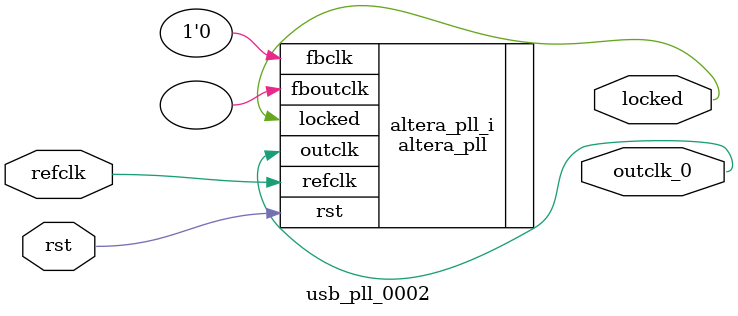
<source format=v>
`timescale 1ns/10ps
module  usb_pll_0002(

	// interface 'refclk'
	input wire refclk,

	// interface 'reset'
	input wire rst,

	// interface 'outclk0'
	output wire outclk_0,

	// interface 'locked'
	output wire locked
);

	altera_pll #(
		.fractional_vco_multiplier("false"),
		.reference_clock_frequency("50.0 MHz"),
		.operation_mode("direct"),
		.number_of_clocks(1),
		.output_clock_frequency0("1.171875 MHz"),
		.phase_shift0("0 ps"),
		.duty_cycle0(50),
		.output_clock_frequency1("0 MHz"),
		.phase_shift1("0 ps"),
		.duty_cycle1(50),
		.output_clock_frequency2("0 MHz"),
		.phase_shift2("0 ps"),
		.duty_cycle2(50),
		.output_clock_frequency3("0 MHz"),
		.phase_shift3("0 ps"),
		.duty_cycle3(50),
		.output_clock_frequency4("0 MHz"),
		.phase_shift4("0 ps"),
		.duty_cycle4(50),
		.output_clock_frequency5("0 MHz"),
		.phase_shift5("0 ps"),
		.duty_cycle5(50),
		.output_clock_frequency6("0 MHz"),
		.phase_shift6("0 ps"),
		.duty_cycle6(50),
		.output_clock_frequency7("0 MHz"),
		.phase_shift7("0 ps"),
		.duty_cycle7(50),
		.output_clock_frequency8("0 MHz"),
		.phase_shift8("0 ps"),
		.duty_cycle8(50),
		.output_clock_frequency9("0 MHz"),
		.phase_shift9("0 ps"),
		.duty_cycle9(50),
		.output_clock_frequency10("0 MHz"),
		.phase_shift10("0 ps"),
		.duty_cycle10(50),
		.output_clock_frequency11("0 MHz"),
		.phase_shift11("0 ps"),
		.duty_cycle11(50),
		.output_clock_frequency12("0 MHz"),
		.phase_shift12("0 ps"),
		.duty_cycle12(50),
		.output_clock_frequency13("0 MHz"),
		.phase_shift13("0 ps"),
		.duty_cycle13(50),
		.output_clock_frequency14("0 MHz"),
		.phase_shift14("0 ps"),
		.duty_cycle14(50),
		.output_clock_frequency15("0 MHz"),
		.phase_shift15("0 ps"),
		.duty_cycle15(50),
		.output_clock_frequency16("0 MHz"),
		.phase_shift16("0 ps"),
		.duty_cycle16(50),
		.output_clock_frequency17("0 MHz"),
		.phase_shift17("0 ps"),
		.duty_cycle17(50),
		.pll_type("General"),
		.pll_subtype("General")
	) altera_pll_i (
		.rst	(rst),
		.outclk	({outclk_0}),
		.locked	(locked),
		.fboutclk	( ),
		.fbclk	(1'b0),
		.refclk	(refclk)
	);
endmodule


</source>
